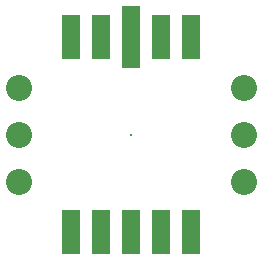
<source format=gts>
%FSLAX43Y43*%
%MOMM*%
G71*
G01*
G75*
%ADD10R,1.400X3.600*%
%ADD11R,1.400X5.080*%
%ADD12C,0.700*%
%ADD13C,2.000*%
%ADD14C,0.210*%
%ADD15C,1.000*%
%ADD16C,0.254*%
%ADD17C,0.200*%
%ADD18C,0.250*%
%ADD19R,1.603X3.803*%
%ADD20R,1.603X5.283*%
%ADD21C,2.203*%
%ADD22C,0.203*%
D19*
X20080Y6745D02*
D03*
X17540D02*
D03*
X9920D02*
D03*
X15000D02*
D03*
X12460D02*
D03*
X20080Y23255D02*
D03*
X17540D02*
D03*
X9920D02*
D03*
X12460D02*
D03*
D20*
X15000D02*
D03*
D21*
X5500Y15000D02*
D03*
Y19000D02*
D03*
X24500D02*
D03*
X5500Y11000D02*
D03*
X24500D02*
D03*
Y15000D02*
D03*
D22*
X15000D02*
D03*
M02*

</source>
